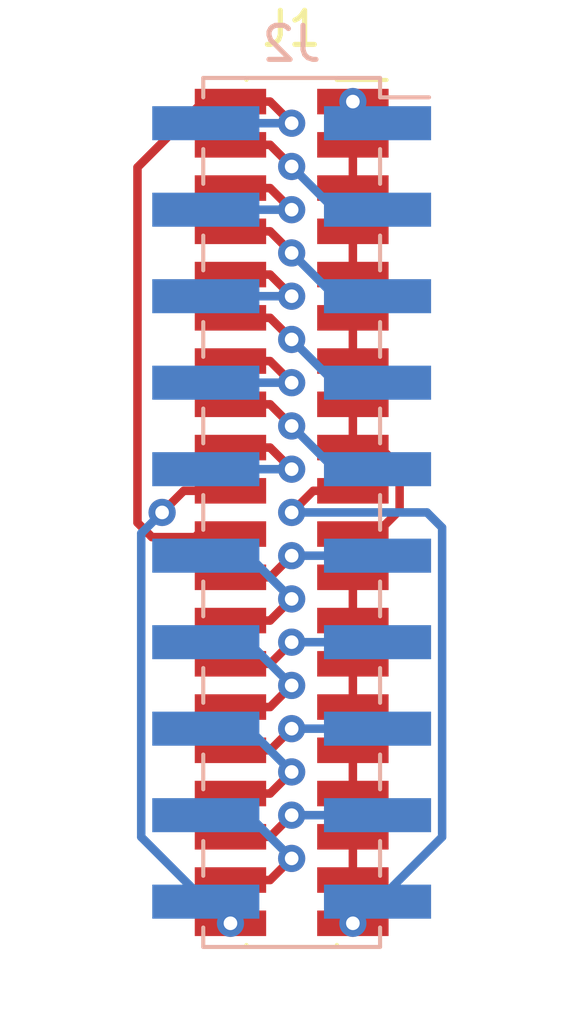
<source format=kicad_pcb>
(kicad_pcb (version 20211014) (generator pcbnew)
  (layers (0 "F.Cu" signal) (31 "B.Cu" signal) (34 "B.Paste" user) (35 "F.Paste" user) (36 "B.SilkS" user "B.Silkscreen") (37 "F.SilkS" user "F.Silkscreen") (38 "B.Mask" user) (39 "F.Mask" user) (44 "Edge.Cuts" user))
  (net 0 "")
  (net 1 "2")
  (net 2 "4")
  (net 3 "6")
  (net 4 "8")
  (net 5 "10")
  (net 6 "11")
  (net 7 "12")
  (net 8 "14")
  (net 9 "16")
  (net 10 "18")
  (net 11 "19")
  (net 12 "20")
  (net 13 "24")
  (net 14 "26")
  (net 15 "28")
  (net 16 "30")
  (net 17 "32")
  (net 18 "34")
  (net 19 "36")
  (net 20 "38")
  (footprint "Connector_PinSocket_1.27mm:PinSocket_2x20_P1.27mm_Vertical_SMD" (layer "F.Cu") (at 0 0)
    (fp_text reference "J1" (at 0 -14.2) (layer "F.SilkS"))
    (fp_text value "Conn_02x20_Odd_Even")
    (fp_line (start 1.33 12.7) (end 1.33 12.76) (layer "F.SilkS") (width 0.12))
    (fp_line (start -1.33 12.7) (end -1.33 12.76) (layer "F.SilkS") (width 0.12))
    (fp_line (start -1.33 12.76) (end 1.33 12.76) (layer "F.SilkS") (width 0.12))
    (fp_line (start -1.33 -12.76) (end -1.33 -12.7) (layer "F.SilkS") (width 0.12))
    (fp_line (start -1.33 -12.76) (end 1.33 -12.76) (layer "F.SilkS") (width 0.12))
    (fp_line (start 1.33 -12.76) (end 1.33 -12.7) (layer "F.SilkS") (width 0.12))
    (fp_line (start 1.33 -12.7) (end 2.79 -12.7) (layer "F.SilkS") (width 0.12))
    (pad "1" smd rect (at 1.8 -12.065) (size 2.1 0.75) (layers "F.Cu" "F.Paste" "F.Mask") (net 6 "11"))
    (pad "2" smd rect (at -1.8 -12.065) (size 2.1 0.75) (layers "F.Cu" "F.Paste" "F.Mask") (net 1 "2"))
    (pad "3" smd rect (at 1.8 -10.795) (size 2.1 0.75) (layers "F.Cu" "F.Paste" "F.Mask") (net 6 "11"))
    (pad "4" smd rect (at -1.8 -10.795) (size 2.1 0.75) (layers "F.Cu" "F.Paste" "F.Mask") (net 2 "4"))
    (pad "5" smd rect (at 1.8 -9.525) (size 2.1 0.75) (layers "F.Cu" "F.Paste" "F.Mask") (net 6 "11"))
    (pad "6" smd rect (at -1.8 -9.525) (size 2.1 0.75) (layers "F.Cu" "F.Paste" "F.Mask") (net 3 "6"))
    (pad "7" smd rect (at 1.8 -8.255) (size 2.1 0.75) (layers "F.Cu" "F.Paste" "F.Mask") (net 6 "11"))
    (pad "8" smd rect (at -1.8 -8.255) (size 2.1 0.75) (layers "F.Cu" "F.Paste" "F.Mask") (net 4 "8"))
    (pad "9" smd rect (at 1.8 -6.985) (size 2.1 0.75) (layers "F.Cu" "F.Paste" "F.Mask") (net 6 "11"))
    (pad "10" smd rect (at -1.8 -6.985) (size 2.1 0.75) (layers "F.Cu" "F.Paste" "F.Mask") (net 5 "10"))
    (pad "11" smd rect (at 1.8 -5.715) (size 2.1 0.75) (layers "F.Cu" "F.Paste" "F.Mask") (net 6 "11"))
    (pad "12" smd rect (at -1.8 -5.715) (size 2.1 0.75) (layers "F.Cu" "F.Paste" "F.Mask") (net 7 "12"))
    (pad "13" smd rect (at 1.8 -4.445) (size 2.1 0.75) (layers "F.Cu" "F.Paste" "F.Mask") (net 6 "11"))
    (pad "14" smd rect (at -1.8 -4.445) (size 2.1 0.75) (layers "F.Cu" "F.Paste" "F.Mask") (net 8 "14"))
    (pad "15" smd rect (at 1.8 -3.175) (size 2.1 0.75) (layers "F.Cu" "F.Paste" "F.Mask") (net 6 "11"))
    (pad "16" smd rect (at -1.8 -3.175) (size 2.1 0.75) (layers "F.Cu" "F.Paste" "F.Mask") (net 9 "16"))
    (pad "17" smd rect (at 1.8 -1.905) (size 2.1 0.75) (layers "F.Cu" "F.Paste" "F.Mask") (net 6 "11"))
    (pad "18" smd rect (at -1.8 -1.905) (size 2.1 0.75) (layers "F.Cu" "F.Paste" "F.Mask") (net 10 "18"))
    (pad "19" smd rect (at 1.8 -0.635) (size 2.1 0.75) (layers "F.Cu" "F.Paste" "F.Mask") (net 11 "19"))
    (pad "20" smd rect (at -1.8 -0.635) (size 2.1 0.75) (layers "F.Cu" "F.Paste" "F.Mask") (net 12 "20"))
    (pad "21" smd rect (at 1.8 0.635) (size 2.1 0.75) (layers "F.Cu" "F.Paste" "F.Mask") (net 6 "11"))
    (pad "22" smd rect (at -1.8 0.635) (size 2.1 0.75) (layers "F.Cu" "F.Paste" "F.Mask") (net 1 "2"))
    (pad "23" smd rect (at 1.8 1.905) (size 2.1 0.75) (layers "F.Cu" "F.Paste" "F.Mask") (net 6 "11"))
    (pad "24" smd rect (at -1.8 1.905) (size 2.1 0.75) (layers "F.Cu" "F.Paste" "F.Mask") (net 13 "24"))
    (pad "25" smd rect (at 1.8 3.175) (size 2.1 0.75) (layers "F.Cu" "F.Paste" "F.Mask") (net 6 "11"))
    (pad "26" smd rect (at -1.8 3.175) (size 2.1 0.75) (layers "F.Cu" "F.Paste" "F.Mask") (net 14 "26"))
    (pad "27" smd rect (at 1.8 4.445) (size 2.1 0.75) (layers "F.Cu" "F.Paste" "F.Mask") (net 6 "11"))
    (pad "28" smd rect (at -1.8 4.445) (size 2.1 0.75) (layers "F.Cu" "F.Paste" "F.Mask") (net 15 "28"))
    (pad "29" smd rect (at 1.8 5.715) (size 2.1 0.75) (layers "F.Cu" "F.Paste" "F.Mask") (net 6 "11"))
    (pad "30" smd rect (at -1.8 5.715) (size 2.1 0.75) (layers "F.Cu" "F.Paste" "F.Mask") (net 16 "30"))
    (pad "31" smd rect (at 1.8 6.985) (size 2.1 0.75) (layers "F.Cu" "F.Paste" "F.Mask") (net 6 "11"))
    (pad "32" smd rect (at -1.8 6.985) (size 2.1 0.75) (layers "F.Cu" "F.Paste" "F.Mask") (net 17 "32"))
    (pad "33" smd rect (at 1.8 8.255) (size 2.1 0.75) (layers "F.Cu" "F.Paste" "F.Mask") (net 6 "11"))
    (pad "34" smd rect (at -1.8 8.255) (size 2.1 0.75) (layers "F.Cu" "F.Paste" "F.Mask") (net 18 "34"))
    (pad "35" smd rect (at 1.8 9.525) (size 2.1 0.75) (layers "F.Cu" "F.Paste" "F.Mask") (net 6 "11"))
    (pad "36" smd rect (at -1.8 9.525) (size 2.1 0.75) (layers "F.Cu" "F.Paste" "F.Mask") (net 19 "36"))
    (pad "37" smd rect (at 1.8 10.795) (size 2.1 0.75) (layers "F.Cu" "F.Paste" "F.Mask") (net 6 "11"))
    (pad "38" smd rect (at -1.8 10.795) (size 2.1 0.75) (layers "F.Cu" "F.Paste" "F.Mask") (net 20 "38"))
    (pad "39" smd rect (at 1.8 12.065) (size 2.1 0.75) (layers "F.Cu" "F.Paste" "F.Mask") (net 11 "19"))
    (pad "40" smd rect (at -1.8 12.065) (size 2.1 0.75) (layers "F.Cu" "F.Paste" "F.Mask") (net 12 "20"))
  )
  (footprint "Connector_PinHeader_2.54mm:PinHeader_2x10_P2.54mm_Vertical_SMD" (layer "B.Cu") (at 0 0 180)
    (fp_text reference "J2" (at 0 13.76) (layer "B.SilkS") (effects (justify mirror)))
    (fp_text value "Conn_02x10_Odd_Even")
    (fp_line (start 2.6 0.51) (end 2.6 -0.51) (layer "B.SilkS") (width 0.12))
    (fp_line (start 2.6 -2.03) (end 2.6 -3.05) (layer "B.SilkS") (width 0.12))
    (fp_line (start -2.6 -2.03) (end -2.6 -3.05) (layer "B.SilkS") (width 0.12))
    (fp_line (start -2.6 -4.57) (end -2.6 -5.59) (layer "B.SilkS") (width 0.12))
    (fp_line (start -2.6 -9.65) (end -2.6 -10.67) (layer "B.SilkS") (width 0.12))
    (fp_line (start -2.6 -12.19) (end -2.6 -12.76) (layer "B.SilkS") (width 0.12))
    (fp_line (start 2.6 -9.65) (end 2.6 -10.67) (layer "B.SilkS") (width 0.12))
    (fp_line (start 2.6 -7.11) (end 2.6 -8.13) (layer "B.SilkS") (width 0.12))
    (fp_line (start -2.6 3.05) (end -2.6 2.03) (layer "B.SilkS") (width 0.12))
    (fp_line (start -4.04 12.19) (end -2.6 12.19) (layer "B.SilkS") (width 0.12))
    (fp_line (start -2.6 10.67) (end -2.6 9.65) (layer "B.SilkS") (width 0.12))
    (fp_line (start -2.6 12.76) (end 2.6 12.76) (layer "B.SilkS") (width 0.12))
    (fp_line (start 2.6 10.67) (end 2.6 9.65) (layer "B.SilkS") (width 0.12))
    (fp_line (start 2.6 5.59) (end 2.6 4.57) (layer "B.SilkS") (width 0.12))
    (fp_line (start -2.6 -7.11) (end -2.6 -8.13) (layer "B.SilkS") (width 0.12))
    (fp_line (start -2.6 5.59) (end -2.6 4.57) (layer "B.SilkS") (width 0.12))
    (fp_line (start 2.6 -12.19) (end 2.6 -12.76) (layer "B.SilkS") (width 0.12))
    (fp_line (start 2.6 3.05) (end 2.6 2.03) (layer "B.SilkS") (width 0.12))
    (fp_line (start 2.6 -4.57) (end 2.6 -5.59) (layer "B.SilkS") (width 0.12))
    (fp_line (start 2.6 12.76) (end 2.6 12.19) (layer "B.SilkS") (width 0.12))
    (fp_line (start -2.6 8.13) (end -2.6 7.11) (layer "B.SilkS") (width 0.12))
    (fp_line (start -2.6 0.51) (end -2.6 -0.51) (layer "B.SilkS") (width 0.12))
    (fp_line (start 2.6 8.13) (end 2.6 7.11) (layer "B.SilkS") (width 0.12))
    (fp_line (start -2.6 -12.76) (end 2.6 -12.76) (layer "B.SilkS") (width 0.12))
    (fp_line (start -2.6 12.76) (end -2.6 12.19) (layer "B.SilkS") (width 0.12))
    (pad "1" smd rect (at -2.525 11.43 180) (size 3.15 1) (layers "B.Cu" "B.Paste" "B.Mask") (net 6 "11"))
    (pad "2" smd rect (at 2.525 11.43 180) (size 3.15 1) (layers "B.Cu" "B.Paste" "B.Mask") (net 1 "2"))
    (pad "3" smd rect (at -2.525 8.89 180) (size 3.15 1) (layers "B.Cu" "B.Paste" "B.Mask") (net 2 "4"))
    (pad "4" smd rect (at 2.525 8.89 180) (size 3.15 1) (layers "B.Cu" "B.Paste" "B.Mask") (net 3 "6"))
    (pad "5" smd rect (at -2.525 6.35 180) (size 3.15 1) (layers "B.Cu" "B.Paste" "B.Mask") (net 4 "8"))
    (pad "6" smd rect (at 2.525 6.35 180) (size 3.15 1) (layers "B.Cu" "B.Paste" "B.Mask") (net 5 "10"))
    (pad "7" smd rect (at -2.525 3.81 180) (size 3.15 1) (layers "B.Cu" "B.Paste" "B.Mask") (net 7 "12"))
    (pad "8" smd rect (at 2.525 3.81 180) (size 3.15 1) (layers "B.Cu" "B.Paste" "B.Mask") (net 8 "14"))
    (pad "9" smd rect (at -2.525 1.27 180) (size 3.15 1) (layers "B.Cu" "B.Paste" "B.Mask") (net 9 "16"))
    (pad "10" smd rect (at 2.525 1.27 180) (size 3.15 1) (layers "B.Cu" "B.Paste" "B.Mask") (net 10 "18"))
    (pad "11" smd rect (at -2.525 -1.27 180) (size 3.15 1) (layers "B.Cu" "B.Paste" "B.Mask") (net 13 "24"))
    (pad "12" smd rect (at 2.525 -1.27 180) (size 3.15 1) (layers "B.Cu" "B.Paste" "B.Mask") (net 14 "26"))
    (pad "13" smd rect (at -2.525 -3.81 180) (size 3.15 1) (layers "B.Cu" "B.Paste" "B.Mask") (net 15 "28"))
    (pad "14" smd rect (at 2.525 -3.81 180) (size 3.15 1) (layers "B.Cu" "B.Paste" "B.Mask") (net 16 "30"))
    (pad "15" smd rect (at -2.525 -6.35 180) (size 3.15 1) (layers "B.Cu" "B.Paste" "B.Mask") (net 17 "32"))
    (pad "16" smd rect (at 2.525 -6.35 180) (size 3.15 1) (layers "B.Cu" "B.Paste" "B.Mask") (net 18 "34"))
    (pad "17" smd rect (at -2.525 -8.89 180) (size 3.15 1) (layers "B.Cu" "B.Paste" "B.Mask") (net 19 "36"))
    (pad "18" smd rect (at 2.525 -8.89 180) (size 3.15 1) (layers "B.Cu" "B.Paste" "B.Mask") (net 20 "38"))
    (pad "19" smd rect (at -2.525 -11.43 180) (size 3.15 1) (layers "B.Cu" "B.Paste" "B.Mask") (net 11 "19"))
    (pad "20" smd rect (at 2.525 -11.43 180) (size 3.15 1) (layers "B.Cu" "B.Paste" "B.Mask") (net 12 "20"))
  )
  (segment (start -4.110103 0.724511) (end -4.534511 0.300103) (width 0.25) (layer "F.Cu") (net 1))
  (segment (start -2.840103 0.724511) (end -4.110103 0.724511) (width 0.25) (layer "F.Cu") (net 1))
  (segment (start -4.534511 -10.134511) (end -2.604022 -12.065) (width 0.25) (layer "F.Cu") (net 1))
  (segment (start 0 -11.43) (end -0.635 -12.065) (width 0.25) (layer "F.Cu") (net 1))
  (segment (start -1.8 0.635) (end -2.750592 0.635) (width 0.25) (layer "F.Cu") (net 1))
  (segment (start -2.750592 0.635) (end -2.840103 0.724511) (width 0.25) (layer "F.Cu") (net 1))
  (segment (start -0.635 -12.065) (end -1.8 -12.065) (width 0.25) (layer "F.Cu") (net 1))
  (segment (start -2.604022 -12.065) (end -1.8 -12.065) (width 0.25) (layer "F.Cu") (net 1))
  (segment (start -4.534511 0.300103) (end -4.534511 -10.134511) (width 0.25) (layer "F.Cu") (net 1))
  (via (at 0 -11.43) (size 0.8) (drill 0.4) (layers "F.Cu" "B.Cu") (net 1))
  (segment (start -2.525 -11.43) (end 0 -11.43) (width 0.25) (layer "B.Cu") (net 1))
  (segment (start -0.635 -10.795) (end 0 -10.16) (width 0.25) (layer "F.Cu") (net 2))
  (segment (start -1.8 -10.795) (end -0.635 -10.795) (width 0.25) (layer "F.Cu") (net 2))
  (via (at 0 -10.16) (size 0.8) (drill 0.4) (layers "F.Cu" "B.Cu") (net 2))
  (segment (start 1.27 -8.89) (end 2.525 -8.89) (width 0.25) (layer "B.Cu") (net 2))
  (segment (start 0 -10.16) (end 1.27 -8.89) (width 0.25) (layer "B.Cu") (net 2))
  (segment (start -0.635 -9.525) (end -1.8 -9.525) (width 0.25) (layer "F.Cu") (net 3))
  (segment (start 0 -8.89) (end -0.635 -9.525) (width 0.25) (layer "F.Cu") (net 3))
  (via (at 0 -8.89) (size 0.8) (drill 0.4) (layers "F.Cu" "B.Cu") (net 3))
  (segment (start -2.525 -8.89) (end 0 -8.89) (width 0.25) (layer "B.Cu") (net 3))
  (segment (start -1.8 -8.255) (end -0.635 -8.255) (width 0.25) (layer "F.Cu") (net 4))
  (segment (start -0.635 -8.255) (end 0 -7.62) (width 0.25) (layer "F.Cu") (net 4))
  (via (at 0 -7.62) (size 0.8) (drill 0.4) (layers "F.Cu" "B.Cu") (net 4))
  (segment (start 1.27 -6.35) (end 2.525 -6.35) (width 0.25) (layer "B.Cu") (net 4))
  (segment (start 0 -7.62) (end 1.27 -6.35) (width 0.25) (layer "B.Cu") (net 4))
  (segment (start 0 -6.35) (end -0.635 -6.985) (width 0.25) (layer "F.Cu") (net 5))
  (segment (start -0.635 -6.985) (end -1.8 -6.985) (width 0.25) (layer "F.Cu") (net 5))
  (via (at 0 -6.35) (size 0.8) (drill 0.4) (layers "F.Cu" "B.Cu") (net 5))
  (segment (start -2.525 -6.35) (end 0 -6.35) (width 0.25) (layer "B.Cu") (net 5))
  (segment (start 2.475 0.635) (end 3.175 -0.065) (width 0.25) (layer "F.Cu") (net 6))
  (segment (start 3.175 -1.334022) (end 2.604022 -1.905) (width 0.25) (layer "F.Cu") (net 6))
  (segment (start 1.8 0.635) (end 2.475 0.635) (width 0.25) (layer "F.Cu") (net 6))
  (segment (start 2.604022 -1.905) (end 1.8 -1.905) (width 0.25) (layer "F.Cu") (net 6))
  (segment (start 3.175 -0.065) (end 3.175 -1.334022) (width 0.25) (layer "F.Cu") (net 6))
  (segment (start 1.8 0.635) (end 1.8 10.795) (width 0.25) (layer "F.Cu") (net 6))
  (segment (start 1.8 -12.065) (end 1.8 -1.905) (width 0.25) (layer "F.Cu") (net 6))
  (via (at 1.8 -12.065) (size 0.8) (drill 0.4) (layers "F.Cu" "B.Cu") (net 6))
  (segment (start 2.435 -11.43) (end 1.8 -12.065) (width 0.25) (layer "B.Cu") (net 6))
  (segment (start 2.525 -11.43) (end 2.435 -11.43) (width 0.25) (layer "B.Cu") (net 6))
  (segment (start -0.635 -5.715) (end 0 -5.08) (width 0.25) (layer "F.Cu") (net 7))
  (segment (start -1.8 -5.715) (end -0.635 -5.715) (width 0.25) (layer "F.Cu") (net 7))
  (via (at 0 -5.08) (size 0.8) (drill 0.4) (layers "F.Cu" "B.Cu") (net 7))
  (segment (start 0 -5.08) (end 1.27 -3.81) (width 0.25) (layer "B.Cu") (net 7))
  (segment (start 1.27 -3.81) (end 2.525 -3.81) (width 0.25) (layer "B.Cu") (net 7))
  (segment (start -0.635 -4.445) (end -1.8 -4.445) (width 0.25) (layer "F.Cu") (net 8))
  (segment (start 0 -3.81) (end -0.635 -4.445) (width 0.25) (layer "F.Cu") (net 8))
  (via (at 0 -3.81) (size 0.8) (drill 0.4) (layers "F.Cu" "B.Cu") (net 8))
  (segment (start -2.525 -3.81) (end 0 -3.81) (width 0.25) (layer "B.Cu") (net 8))
  (segment (start -0.635 -3.175) (end 0 -2.54) (width 0.25) (layer "F.Cu") (net 9))
  (segment (start -1.8 -3.175) (end -0.635 -3.175) (width 0.25) (layer "F.Cu") (net 9))
  (via (at 0 -2.54) (size 0.8) (drill 0.4) (layers "F.Cu" "B.Cu") (net 9))
  (segment (start 0 -2.54) (end 1.27 -1.27) (width 0.25) (layer "B.Cu") (net 9))
  (segment (start 1.27 -1.27) (end 2.525 -1.27) (width 0.25) (layer "B.Cu") (net 9))
  (segment (start -0.635 -1.905) (end 0 -1.27) (width 0.25) (layer "F.Cu") (net 10))
  (segment (start -1.8 -1.905) (end -0.635 -1.905) (width 0.25) (layer "F.Cu") (net 10))
  (via (at 0 -1.27) (size 0.8) (drill 0.4) (layers "F.Cu" "B.Cu") (net 10))
  (segment (start 0 -1.27) (end -2.525 -1.27) (width 0.25) (layer "B.Cu") (net 10))
  (segment (start 1.8 -0.635) (end 0.635 -0.635) (width 0.25) (layer "F.Cu") (net 11))
  (segment (start 0.635 -0.635) (end 0 0) (width 0.25) (layer "F.Cu") (net 11))
  (via (at 0 0) (size 0.8) (drill 0.4) (layers "F.Cu" "B.Cu") (net 11))
  (via (at 1.8 12.065) (size 0.8) (drill 0.4) (layers "F.Cu" "B.Cu") (net 11))
  (segment (start 0 0) (end 3.979022 0) (width 0.25) (layer "B.Cu") (net 11))
  (segment (start 4.424511 0.445489) (end 4.424511 9.530489) (width 0.25) (layer "B.Cu") (net 11))
  (segment (start 2.435 11.43) (end 1.8 12.065) (width 0.25) (layer "B.Cu") (net 11))
  (segment (start 3.979022 0) (end 4.424511 0.445489) (width 0.25) (layer "B.Cu") (net 11))
  (segment (start 2.525 11.43) (end 2.435 11.43) (width 0.25) (layer "B.Cu") (net 11))
  (segment (start 4.424511 9.530489) (end 2.525 11.43) (width 0.25) (layer "B.Cu") (net 11))
  (segment (start -3.175 -0.635) (end -3.81 0) (width 0.25) (layer "F.Cu") (net 12))
  (segment (start -1.8 -0.635) (end -3.175 -0.635) (width 0.25) (layer "F.Cu") (net 12))
  (via (at -3.81 0) (size 0.8) (drill 0.4) (layers "F.Cu" "B.Cu") (net 12))
  (via (at -1.8 12.065) (size 0.8) (drill 0.4) (layers "F.Cu" "B.Cu") (net 12))
  (segment (start -2.525 11.43) (end -2.435 11.43) (width 0.25) (layer "B.Cu") (net 12))
  (segment (start -4.424511 0.614511) (end -4.424511 9.530489) (width 0.25) (layer "B.Cu") (net 12))
  (segment (start -2.435 11.43) (end -1.8 12.065) (width 0.25) (layer "B.Cu") (net 12))
  (segment (start -3.81 0) (end -4.424511 0.614511) (width 0.25) (layer "B.Cu") (net 12))
  (segment (start -4.424511 9.530489) (end -2.525 11.43) (width 0.25) (layer "B.Cu") (net 12))
  (segment (start -1.8 1.905) (end -0.635 1.905) (width 0.25) (layer "F.Cu") (net 13))
  (segment (start -0.635 1.905) (end 0 1.27) (width 0.25) (layer "F.Cu") (net 13))
  (via (at 0 1.27) (size 0.8) (drill 0.4) (layers "F.Cu" "B.Cu") (net 13))
  (segment (start 0 1.27) (end 2.525 1.27) (width 0.25) (layer "B.Cu") (net 13))
  (segment (start -0.635 3.175) (end 0 2.54) (width 0.25) (layer "F.Cu") (net 14))
  (segment (start -1.8 3.175) (end -0.635 3.175) (width 0.25) (layer "F.Cu") (net 14))
  (via (at 0 2.54) (size 0.8) (drill 0.4) (layers "F.Cu" "B.Cu") (net 14))
  (segment (start 0 2.54) (end -1.27 1.27) (width 0.25) (layer "B.Cu") (net 14))
  (segment (start -1.27 1.27) (end -2.525 1.27) (width 0.25) (layer "B.Cu") (net 14))
  (segment (start -1.8 4.445) (end -0.635 4.445) (width 0.25) (layer "F.Cu") (net 15))
  (segment (start -0.635 4.445) (end 0 3.81) (width 0.25) (layer "F.Cu") (net 15))
  (via (at 0 3.81) (size 0.8) (drill 0.4) (layers "F.Cu" "B.Cu") (net 15))
  (segment (start 0 3.81) (end 2.525 3.81) (width 0.25) (layer "B.Cu") (net 15))
  (segment (start 0 5.08) (end -0.635 5.715) (width 0.25) (layer "F.Cu") (net 16))
  (segment (start -0.635 5.715) (end -1.8 5.715) (width 0.25) (layer "F.Cu") (net 16))
  (via (at 0 5.08) (size 0.8) (drill 0.4) (layers "F.Cu" "B.Cu") (net 16))
  (segment (start -1.27 3.81) (end 0 5.08) (width 0.25) (layer "B.Cu") (net 16))
  (segment (start -2.525 3.81) (end -1.27 3.81) (width 0.25) (layer "B.Cu") (net 16))
  (segment (start -0.635 6.985) (end 0 6.35) (width 0.25) (layer "F.Cu") (net 17))
  (segment (start -1.8 6.985) (end -0.635 6.985) (width 0.25) (layer "F.Cu") (net 17))
  (via (at 0 6.35) (size 0.8) (drill 0.4) (layers "F.Cu" "B.Cu") (net 17))
  (segment (start 0 6.35) (end 2.525 6.35) (width 0.25) (layer "B.Cu") (net 17))
  (segment (start -0.635 8.255) (end -1.8 8.255) (width 0.25) (layer "F.Cu") (net 18))
  (segment (start 0 7.62) (end -0.635 8.255) (width 0.25) (layer "F.Cu") (net 18))
  (via (at 0 7.62) (size 0.8) (drill 0.4) (layers "F.Cu" "B.Cu") (net 18))
  (segment (start -2.525 6.35) (end -1.27 6.35) (width 0.25) (layer "B.Cu") (net 18))
  (segment (start -1.27 6.35) (end 0 7.62) (width 0.25) (layer "B.Cu") (net 18))
  (segment (start -0.635 9.525) (end 0 8.89) (width 0.25) (layer "F.Cu") (net 19))
  (segment (start -1.8 9.525) (end -0.635 9.525) (width 0.25) (layer "F.Cu") (net 19))
  (via (at 0 8.89) (size 0.8) (drill 0.4) (layers "F.Cu" "B.Cu") (net 19))
  (segment (start 0 8.89) (end 2.525 8.89) (width 0.25) (layer "B.Cu") (net 19))
  (segment (start 0 10.16) (end -0.635 10.795) (width 0.25) (layer "F.Cu") (net 20))
  (segment (start -0.635 10.795) (end -1.8 10.795) (width 0.25) (layer "F.Cu") (net 20))
  (via (at 0 10.16) (size 0.8) (drill 0.4) (layers "F.Cu" "B.Cu") (net 20))
  (segment (start -2.525 8.89) (end -1.27 8.89) (width 0.25) (layer "B.Cu") (net 20))
  (segment (start -1.27 8.89) (end 0 10.16) (width 0.25) (layer "B.Cu") (net 20))
)
</source>
